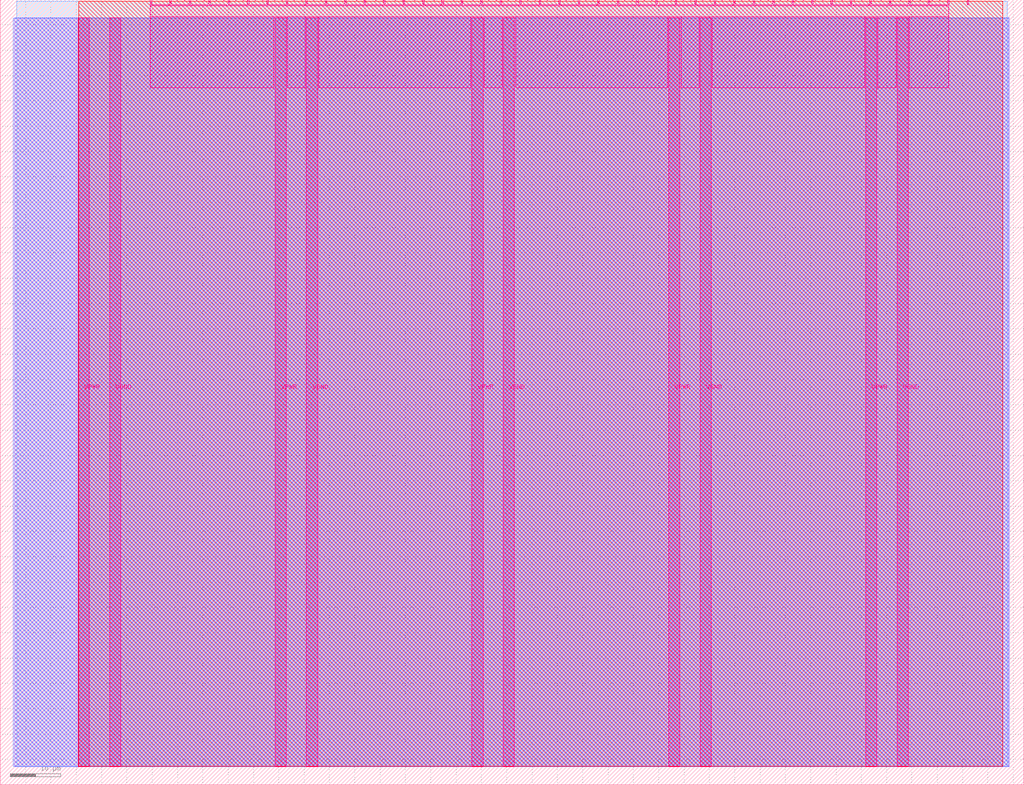
<source format=lef>
VERSION 5.7 ;
  NOWIREEXTENSIONATPIN ON ;
  DIVIDERCHAR "/" ;
  BUSBITCHARS "[]" ;
MACRO tt_um_vga_clock
  CLASS BLOCK ;
  FOREIGN tt_um_vga_clock ;
  ORIGIN 0.000 0.000 ;
  SIZE 202.080 BY 154.980 ;
  PIN VGND
    DIRECTION INOUT ;
    USE GROUND ;
    PORT
      LAYER Metal5 ;
        RECT 21.580 3.560 23.780 151.420 ;
    END
    PORT
      LAYER Metal5 ;
        RECT 60.450 3.560 62.650 151.420 ;
    END
    PORT
      LAYER Metal5 ;
        RECT 99.320 3.560 101.520 151.420 ;
    END
    PORT
      LAYER Metal5 ;
        RECT 138.190 3.560 140.390 151.420 ;
    END
    PORT
      LAYER Metal5 ;
        RECT 177.060 3.560 179.260 151.420 ;
    END
  END VGND
  PIN VPWR
    DIRECTION INOUT ;
    USE POWER ;
    PORT
      LAYER Metal5 ;
        RECT 15.380 3.560 17.580 151.420 ;
    END
    PORT
      LAYER Metal5 ;
        RECT 54.250 3.560 56.450 151.420 ;
    END
    PORT
      LAYER Metal5 ;
        RECT 93.120 3.560 95.320 151.420 ;
    END
    PORT
      LAYER Metal5 ;
        RECT 131.990 3.560 134.190 151.420 ;
    END
    PORT
      LAYER Metal5 ;
        RECT 170.860 3.560 173.060 151.420 ;
    END
  END VPWR
  PIN clk
    DIRECTION INPUT ;
    USE SIGNAL ;
    ANTENNAGATEAREA 0.213200 ;
    PORT
      LAYER Metal5 ;
        RECT 187.050 153.980 187.350 154.980 ;
    END
  END clk
  PIN ena
    DIRECTION INPUT ;
    USE SIGNAL ;
    PORT
      LAYER Metal5 ;
        RECT 190.890 153.980 191.190 154.980 ;
    END
  END ena
  PIN rst_n
    DIRECTION INPUT ;
    USE SIGNAL ;
    ANTENNAGATEAREA 0.639600 ;
    PORT
      LAYER Metal5 ;
        RECT 183.210 153.980 183.510 154.980 ;
    END
  END rst_n
  PIN ui_in[0]
    DIRECTION INPUT ;
    USE SIGNAL ;
    ANTENNAGATEAREA 0.213200 ;
    PORT
      LAYER Metal5 ;
        RECT 179.370 153.980 179.670 154.980 ;
    END
  END ui_in[0]
  PIN ui_in[1]
    DIRECTION INPUT ;
    USE SIGNAL ;
    ANTENNAGATEAREA 0.180700 ;
    PORT
      LAYER Metal5 ;
        RECT 175.530 153.980 175.830 154.980 ;
    END
  END ui_in[1]
  PIN ui_in[2]
    DIRECTION INPUT ;
    USE SIGNAL ;
    ANTENNAGATEAREA 0.213200 ;
    PORT
      LAYER Metal5 ;
        RECT 171.690 153.980 171.990 154.980 ;
    END
  END ui_in[2]
  PIN ui_in[3]
    DIRECTION INPUT ;
    USE SIGNAL ;
    ANTENNAGATEAREA 0.180700 ;
    PORT
      LAYER Metal5 ;
        RECT 167.850 153.980 168.150 154.980 ;
    END
  END ui_in[3]
  PIN ui_in[4]
    DIRECTION INPUT ;
    USE SIGNAL ;
    PORT
      LAYER Metal5 ;
        RECT 164.010 153.980 164.310 154.980 ;
    END
  END ui_in[4]
  PIN ui_in[5]
    DIRECTION INPUT ;
    USE SIGNAL ;
    PORT
      LAYER Metal5 ;
        RECT 160.170 153.980 160.470 154.980 ;
    END
  END ui_in[5]
  PIN ui_in[6]
    DIRECTION INPUT ;
    USE SIGNAL ;
    PORT
      LAYER Metal5 ;
        RECT 156.330 153.980 156.630 154.980 ;
    END
  END ui_in[6]
  PIN ui_in[7]
    DIRECTION INPUT ;
    USE SIGNAL ;
    PORT
      LAYER Metal5 ;
        RECT 152.490 153.980 152.790 154.980 ;
    END
  END ui_in[7]
  PIN uio_in[0]
    DIRECTION INPUT ;
    USE SIGNAL ;
    PORT
      LAYER Metal5 ;
        RECT 148.650 153.980 148.950 154.980 ;
    END
  END uio_in[0]
  PIN uio_in[1]
    DIRECTION INPUT ;
    USE SIGNAL ;
    PORT
      LAYER Metal5 ;
        RECT 144.810 153.980 145.110 154.980 ;
    END
  END uio_in[1]
  PIN uio_in[2]
    DIRECTION INPUT ;
    USE SIGNAL ;
    PORT
      LAYER Metal5 ;
        RECT 140.970 153.980 141.270 154.980 ;
    END
  END uio_in[2]
  PIN uio_in[3]
    DIRECTION INPUT ;
    USE SIGNAL ;
    PORT
      LAYER Metal5 ;
        RECT 137.130 153.980 137.430 154.980 ;
    END
  END uio_in[3]
  PIN uio_in[4]
    DIRECTION INPUT ;
    USE SIGNAL ;
    PORT
      LAYER Metal5 ;
        RECT 133.290 153.980 133.590 154.980 ;
    END
  END uio_in[4]
  PIN uio_in[5]
    DIRECTION INPUT ;
    USE SIGNAL ;
    PORT
      LAYER Metal5 ;
        RECT 129.450 153.980 129.750 154.980 ;
    END
  END uio_in[5]
  PIN uio_in[6]
    DIRECTION INPUT ;
    USE SIGNAL ;
    PORT
      LAYER Metal5 ;
        RECT 125.610 153.980 125.910 154.980 ;
    END
  END uio_in[6]
  PIN uio_in[7]
    DIRECTION INPUT ;
    USE SIGNAL ;
    PORT
      LAYER Metal5 ;
        RECT 121.770 153.980 122.070 154.980 ;
    END
  END uio_in[7]
  PIN uio_oe[0]
    DIRECTION OUTPUT ;
    USE SIGNAL ;
    ANTENNADIFFAREA 0.299200 ;
    PORT
      LAYER Metal5 ;
        RECT 56.490 153.980 56.790 154.980 ;
    END
  END uio_oe[0]
  PIN uio_oe[1]
    DIRECTION OUTPUT ;
    USE SIGNAL ;
    ANTENNADIFFAREA 0.299200 ;
    PORT
      LAYER Metal5 ;
        RECT 52.650 153.980 52.950 154.980 ;
    END
  END uio_oe[1]
  PIN uio_oe[2]
    DIRECTION OUTPUT ;
    USE SIGNAL ;
    ANTENNADIFFAREA 0.299200 ;
    PORT
      LAYER Metal5 ;
        RECT 48.810 153.980 49.110 154.980 ;
    END
  END uio_oe[2]
  PIN uio_oe[3]
    DIRECTION OUTPUT ;
    USE SIGNAL ;
    ANTENNADIFFAREA 0.299200 ;
    PORT
      LAYER Metal5 ;
        RECT 44.970 153.980 45.270 154.980 ;
    END
  END uio_oe[3]
  PIN uio_oe[4]
    DIRECTION OUTPUT ;
    USE SIGNAL ;
    ANTENNADIFFAREA 0.299200 ;
    PORT
      LAYER Metal5 ;
        RECT 41.130 153.980 41.430 154.980 ;
    END
  END uio_oe[4]
  PIN uio_oe[5]
    DIRECTION OUTPUT ;
    USE SIGNAL ;
    ANTENNADIFFAREA 0.299200 ;
    PORT
      LAYER Metal5 ;
        RECT 37.290 153.980 37.590 154.980 ;
    END
  END uio_oe[5]
  PIN uio_oe[6]
    DIRECTION OUTPUT ;
    USE SIGNAL ;
    ANTENNADIFFAREA 0.299200 ;
    PORT
      LAYER Metal5 ;
        RECT 33.450 153.980 33.750 154.980 ;
    END
  END uio_oe[6]
  PIN uio_oe[7]
    DIRECTION OUTPUT ;
    USE SIGNAL ;
    ANTENNADIFFAREA 0.299200 ;
    PORT
      LAYER Metal5 ;
        RECT 29.610 153.980 29.910 154.980 ;
    END
  END uio_oe[7]
  PIN uio_out[0]
    DIRECTION OUTPUT ;
    USE SIGNAL ;
    ANTENNADIFFAREA 0.299200 ;
    PORT
      LAYER Metal5 ;
        RECT 87.210 153.980 87.510 154.980 ;
    END
  END uio_out[0]
  PIN uio_out[1]
    DIRECTION OUTPUT ;
    USE SIGNAL ;
    ANTENNADIFFAREA 0.299200 ;
    PORT
      LAYER Metal5 ;
        RECT 83.370 153.980 83.670 154.980 ;
    END
  END uio_out[1]
  PIN uio_out[2]
    DIRECTION OUTPUT ;
    USE SIGNAL ;
    ANTENNADIFFAREA 0.299200 ;
    PORT
      LAYER Metal5 ;
        RECT 79.530 153.980 79.830 154.980 ;
    END
  END uio_out[2]
  PIN uio_out[3]
    DIRECTION OUTPUT ;
    USE SIGNAL ;
    ANTENNADIFFAREA 0.299200 ;
    PORT
      LAYER Metal5 ;
        RECT 75.690 153.980 75.990 154.980 ;
    END
  END uio_out[3]
  PIN uio_out[4]
    DIRECTION OUTPUT ;
    USE SIGNAL ;
    ANTENNADIFFAREA 0.299200 ;
    PORT
      LAYER Metal5 ;
        RECT 71.850 153.980 72.150 154.980 ;
    END
  END uio_out[4]
  PIN uio_out[5]
    DIRECTION OUTPUT ;
    USE SIGNAL ;
    ANTENNADIFFAREA 0.299200 ;
    PORT
      LAYER Metal5 ;
        RECT 68.010 153.980 68.310 154.980 ;
    END
  END uio_out[5]
  PIN uio_out[6]
    DIRECTION OUTPUT ;
    USE SIGNAL ;
    ANTENNADIFFAREA 0.299200 ;
    PORT
      LAYER Metal5 ;
        RECT 64.170 153.980 64.470 154.980 ;
    END
  END uio_out[6]
  PIN uio_out[7]
    DIRECTION OUTPUT ;
    USE SIGNAL ;
    ANTENNADIFFAREA 0.299200 ;
    PORT
      LAYER Metal5 ;
        RECT 60.330 153.980 60.630 154.980 ;
    END
  END uio_out[7]
  PIN uo_out[0]
    DIRECTION OUTPUT ;
    USE SIGNAL ;
    ANTENNADIFFAREA 0.988000 ;
    PORT
      LAYER Metal5 ;
        RECT 117.930 153.980 118.230 154.980 ;
    END
  END uo_out[0]
  PIN uo_out[1]
    DIRECTION OUTPUT ;
    USE SIGNAL ;
    ANTENNADIFFAREA 0.988000 ;
    PORT
      LAYER Metal5 ;
        RECT 114.090 153.980 114.390 154.980 ;
    END
  END uo_out[1]
  PIN uo_out[2]
    DIRECTION OUTPUT ;
    USE SIGNAL ;
    ANTENNADIFFAREA 0.988000 ;
    PORT
      LAYER Metal5 ;
        RECT 110.250 153.980 110.550 154.980 ;
    END
  END uo_out[2]
  PIN uo_out[3]
    DIRECTION OUTPUT ;
    USE SIGNAL ;
    ANTENNADIFFAREA 0.988000 ;
    PORT
      LAYER Metal5 ;
        RECT 106.410 153.980 106.710 154.980 ;
    END
  END uo_out[3]
  PIN uo_out[4]
    DIRECTION OUTPUT ;
    USE SIGNAL ;
    ANTENNADIFFAREA 0.988000 ;
    PORT
      LAYER Metal5 ;
        RECT 102.570 153.980 102.870 154.980 ;
    END
  END uo_out[4]
  PIN uo_out[5]
    DIRECTION OUTPUT ;
    USE SIGNAL ;
    ANTENNADIFFAREA 0.988000 ;
    PORT
      LAYER Metal5 ;
        RECT 98.730 153.980 99.030 154.980 ;
    END
  END uo_out[5]
  PIN uo_out[6]
    DIRECTION OUTPUT ;
    USE SIGNAL ;
    ANTENNADIFFAREA 0.988000 ;
    PORT
      LAYER Metal5 ;
        RECT 94.890 153.980 95.190 154.980 ;
    END
  END uo_out[6]
  PIN uo_out[7]
    DIRECTION OUTPUT ;
    USE SIGNAL ;
    ANTENNADIFFAREA 0.988000 ;
    PORT
      LAYER Metal5 ;
        RECT 91.050 153.980 91.350 154.980 ;
    END
  END uo_out[7]
  OBS
      LAYER GatPoly ;
        RECT 2.880 3.630 199.200 151.350 ;
      LAYER Metal1 ;
        RECT 2.880 3.560 199.200 151.420 ;
      LAYER Metal2 ;
        RECT 2.605 3.680 198.995 151.300 ;
      LAYER Metal3 ;
        RECT 3.260 3.635 198.820 154.705 ;
      LAYER Metal4 ;
        RECT 15.515 3.680 197.905 154.660 ;
      LAYER Metal5 ;
        RECT 30.120 153.770 33.240 153.980 ;
        RECT 33.960 153.770 37.080 153.980 ;
        RECT 37.800 153.770 40.920 153.980 ;
        RECT 41.640 153.770 44.760 153.980 ;
        RECT 45.480 153.770 48.600 153.980 ;
        RECT 49.320 153.770 52.440 153.980 ;
        RECT 53.160 153.770 56.280 153.980 ;
        RECT 57.000 153.770 60.120 153.980 ;
        RECT 60.840 153.770 63.960 153.980 ;
        RECT 64.680 153.770 67.800 153.980 ;
        RECT 68.520 153.770 71.640 153.980 ;
        RECT 72.360 153.770 75.480 153.980 ;
        RECT 76.200 153.770 79.320 153.980 ;
        RECT 80.040 153.770 83.160 153.980 ;
        RECT 83.880 153.770 87.000 153.980 ;
        RECT 87.720 153.770 90.840 153.980 ;
        RECT 91.560 153.770 94.680 153.980 ;
        RECT 95.400 153.770 98.520 153.980 ;
        RECT 99.240 153.770 102.360 153.980 ;
        RECT 103.080 153.770 106.200 153.980 ;
        RECT 106.920 153.770 110.040 153.980 ;
        RECT 110.760 153.770 113.880 153.980 ;
        RECT 114.600 153.770 117.720 153.980 ;
        RECT 118.440 153.770 121.560 153.980 ;
        RECT 122.280 153.770 125.400 153.980 ;
        RECT 126.120 153.770 129.240 153.980 ;
        RECT 129.960 153.770 133.080 153.980 ;
        RECT 133.800 153.770 136.920 153.980 ;
        RECT 137.640 153.770 140.760 153.980 ;
        RECT 141.480 153.770 144.600 153.980 ;
        RECT 145.320 153.770 148.440 153.980 ;
        RECT 149.160 153.770 152.280 153.980 ;
        RECT 153.000 153.770 156.120 153.980 ;
        RECT 156.840 153.770 159.960 153.980 ;
        RECT 160.680 153.770 163.800 153.980 ;
        RECT 164.520 153.770 167.640 153.980 ;
        RECT 168.360 153.770 171.480 153.980 ;
        RECT 172.200 153.770 175.320 153.980 ;
        RECT 176.040 153.770 179.160 153.980 ;
        RECT 179.880 153.770 183.000 153.980 ;
        RECT 183.720 153.770 186.840 153.980 ;
        RECT 29.660 151.630 187.300 153.770 ;
        RECT 29.660 137.615 54.040 151.630 ;
        RECT 56.660 137.615 60.240 151.630 ;
        RECT 62.860 137.615 92.910 151.630 ;
        RECT 95.530 137.615 99.110 151.630 ;
        RECT 101.730 137.615 131.780 151.630 ;
        RECT 134.400 137.615 137.980 151.630 ;
        RECT 140.600 137.615 170.650 151.630 ;
        RECT 173.270 137.615 176.850 151.630 ;
        RECT 179.470 137.615 187.300 151.630 ;
  END
END tt_um_vga_clock
END LIBRARY


</source>
